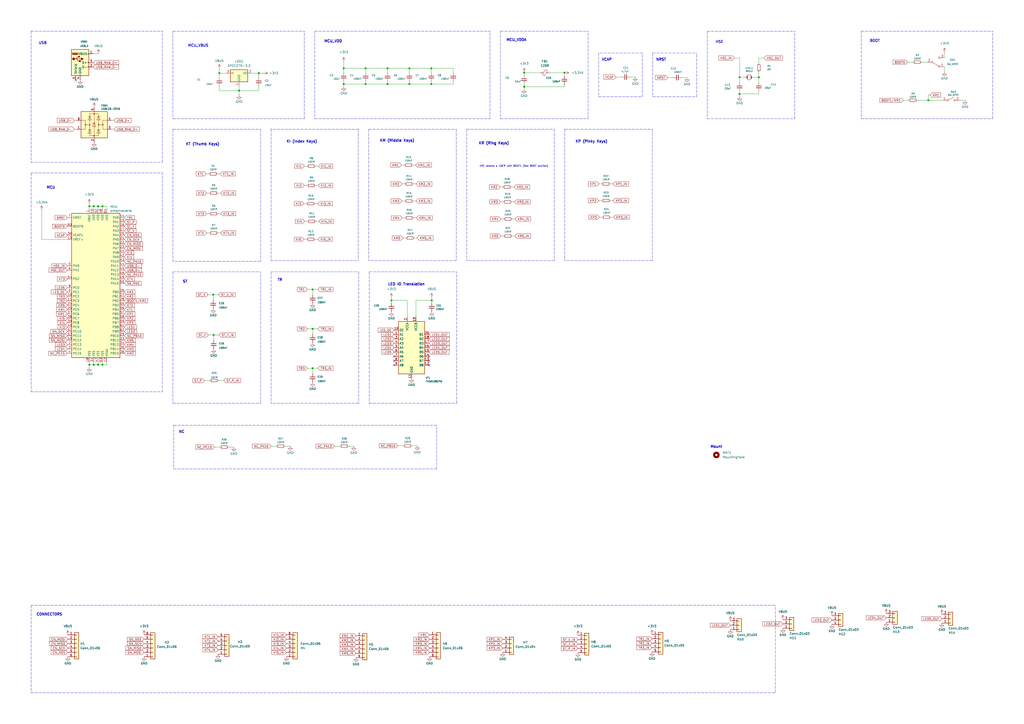
<source format=kicad_sch>
(kicad_sch (version 20211123) (generator eeschema)
  (paper "A2")
  (title_block (title "Keeb Controller") (date "2022-10-30") (rev "1") (company "Diego Covarrubias"))
  (junction (at 123.952 194.31))
  (junction (at 304.038 42.164))
  (junction (at 250.19 39.624))
  (junction (at 181.356 213.614))
  (junction (at 237.49 39.624))
  (junction (at 150.114 42.418))
  (junction (at 127.254 42.418))
  (junction (at 54.356 211.582))
  (junction (at 227.076 174.244))
  (junction (at 181.356 167.894))
  (junction (at 59.436 119.634))
  (junction (at 51.816 119.634))
  (junction (at 237.49 48.768))
  (junction (at 181.356 190.754))
  (junction (at 327.406 42.164))
  (junction (at 224.79 39.624))
  (junction (at 212.09 48.768))
  (junction (at 250.19 48.768))
  (junction (at 56.896 211.582))
  (junction (at 123.698 170.942))
  (junction (at 538.48 58.166))
  (junction (at 199.39 48.768))
  (junction (at 440.182 44.831))
  (junction (at 429.006 54.483))
  (junction (at 429.006 44.831))
  (junction (at 212.09 39.624))
  (junction (at 51.816 211.582))
  (junction (at 304.038 50.292))
  (junction (at 56.896 119.634))
  (junction (at 199.39 39.624))
  (junction (at 138.684 52.578))
  (junction (at 54.356 119.634))
  (junction (at 224.79 48.768))
  (junction (at 59.436 211.582))
  (junction (at 250.444 174.244))
  (no_connect (at 248.92 211.836))
  (no_connect (at 248.92 209.296))
  (no_connect (at 248.92 206.756))
  (no_connect (at 43.942 46.482))
  (no_connect (at 228.6 209.296))
  (no_connect (at 228.6 206.756))
  (no_connect (at 228.6 211.836))
  (wire (pts (xy 54.356 211.582) (xy 54.356 210.058)))
  (wire (pts (xy 429.006 44.831) (xy 432.054 44.831)))
  (wire (pts (xy 357.378 44.704) (xy 360.426 44.704)))
  (wire (pts (xy 138.684 52.578) (xy 150.114 52.578)))
  (wire (pts (xy 119.634 100.838) (xy 121.158 100.838)))
  (wire (pts (xy 437.134 44.831) (xy 440.182 44.831)))
  (polyline (pts (xy 404.114 56.134) (xy 404.114 30.734)))
  (polyline (pts (xy 94.234 227.33) (xy 94.234 100.33)))
  (wire (pts (xy 126.492 135.128) (xy 128.016 135.128)))
  (wire (pts (xy 56.896 211.582) (xy 59.436 211.582)))
  (wire (pts (xy 183.388 128.397) (xy 184.912 128.397)))
  (polyline (pts (xy 18.034 227.33) (xy 94.234 227.33)))
  (polyline (pts (xy 290.322 18.034) (xy 341.122 18.034)))
  (wire (pts (xy 56.896 119.634) (xy 59.436 119.634)))
  (polyline (pts (xy 347.218 56.134) (xy 372.618 56.134)))
  (polyline (pts (xy 327.66 74.93) (xy 327.66 151.13)))
  (wire (pts (xy 120.65 170.942) (xy 123.698 170.942)))
  (wire (pts (xy 181.356 213.614) (xy 184.404 213.614)))
  (polyline (pts (xy 100.33 68.834) (xy 176.53 68.834)))
  (wire (pts (xy 296.926 117.094) (xy 298.45 117.094)))
  (wire (pts (xy 54.102 31.242) (xy 57.15 31.242)))
  (wire (pts (xy 132.588 259.334) (xy 135.636 259.334)))
  (wire (pts (xy 440.182 44.831) (xy 440.182 47.879)))
  (wire (pts (xy 387.35 44.958) (xy 390.398 44.958)))
  (polyline (pts (xy 378.46 74.93) (xy 378.46 151.13)))
  (polyline (pts (xy 208.026 74.93) (xy 157.226 74.93)))
  (wire (pts (xy 183.134 96.393) (xy 184.658 96.393)))
  (wire (pts (xy 429.006 56.007) (xy 429.006 54.483)))
  (wire (pts (xy 250.19 39.624) (xy 250.19 42.164)))
  (polyline (pts (xy 264.668 74.93) (xy 264.668 151.13)))
  (wire (pts (xy 120.904 194.31) (xy 123.952 194.31)))
  (wire (pts (xy 297.18 136.906) (xy 298.704 136.906)))
  (wire (pts (xy 425.958 33.655) (xy 429.006 33.655)))
  (wire (pts (xy 239.776 106.68) (xy 241.3 106.68)))
  (polyline (pts (xy 18.034 18.034) (xy 94.234 18.034)))
  (wire (pts (xy 157.226 258.826) (xy 160.274 258.826)))
  (polyline (pts (xy 284.226 68.834) (xy 284.226 18.034)))
  (polyline (pts (xy 157.226 157.734) (xy 157.226 233.934)))
  (polyline (pts (xy 100.33 157.734) (xy 151.13 157.734)))
  (polyline (pts (xy 18.034 351.028) (xy 449.834 351.028)))
  (wire (pts (xy 138.684 50.038) (xy 138.684 52.578)))
  (polyline (pts (xy 378.714 30.734) (xy 378.714 56.134)))
  (wire (pts (xy 304.038 50.292) (xy 327.406 50.292)))
  (wire (pts (xy 181.356 213.614) (xy 181.356 216.662)))
  (polyline (pts (xy 449.834 401.828) (xy 449.834 351.028)))
  (wire (pts (xy 127.254 39.878) (xy 127.254 42.418)))
  (wire (pts (xy 304.038 42.164) (xy 313.563 42.164)))
  (polyline (pts (xy 372.618 30.734) (xy 347.218 30.734)))
  (wire (pts (xy 199.39 35.814) (xy 199.39 39.624)))
  (wire (pts (xy 354.33 125.984) (xy 355.854 125.984)))
  (polyline (pts (xy 214.122 157.734) (xy 214.122 233.934)))
  (wire (pts (xy 181.356 167.894) (xy 184.404 167.894)))
  (polyline (pts (xy 208.026 233.934) (xy 157.226 233.934)))
  (wire (pts (xy 123.952 194.31) (xy 123.952 197.358)))
  (polyline (pts (xy 264.668 151.13) (xy 213.868 151.13)))
  (wire (pts (xy 181.356 167.894) (xy 181.356 170.942)))
  (polyline (pts (xy 321.564 151.13) (xy 270.764 151.13)))
  (polyline (pts (xy 151.13 74.93) (xy 151.13 151.638)))
  (wire (pts (xy 176.276 118.11) (xy 177.8 118.11)))
  (wire (pts (xy 24.13 121.92) (xy 24.13 138.938)))
  (polyline (pts (xy 100.33 18.034) (xy 100.33 68.834)))
  (polyline (pts (xy 157.226 74.93) (xy 157.226 74.676)))
  (wire (pts (xy 354.076 116.332) (xy 355.6 116.332)))
  (wire (pts (xy 54.356 119.634) (xy 56.896 119.634)))
  (wire (pts (xy 429.006 44.831) (xy 429.006 47.879)))
  (polyline (pts (xy 378.46 151.13) (xy 327.66 151.13)))
  (wire (pts (xy 212.09 39.624) (xy 224.79 39.624)))
  (wire (pts (xy 233.807 138.049) (xy 235.331 138.049)))
  (wire (pts (xy 54.356 211.582) (xy 56.896 211.582)))
  (wire (pts (xy 178.308 190.754) (xy 181.356 190.754)))
  (wire (pts (xy 61.976 211.582) (xy 61.976 210.058)))
  (polyline (pts (xy 290.322 18.034) (xy 290.322 68.834)))
  (wire (pts (xy 123.698 170.942) (xy 123.698 173.99)))
  (polyline (pts (xy 157.226 74.93) (xy 157.226 151.13)))
  (wire (pts (xy 202.184 258.826) (xy 205.232 258.826)))
  (wire (pts (xy 250.444 172.72) (xy 250.444 174.244)))
  (wire (pts (xy 347.726 125.984) (xy 349.25 125.984)))
  (polyline (pts (xy 100.33 74.93) (xy 151.13 74.93)))
  (wire (pts (xy 165.354 258.826) (xy 168.402 258.826)))
  (wire (pts (xy 290.068 108.458) (xy 291.592 108.458)))
  (wire (pts (xy 538.48 58.166) (xy 532.13 58.166)))
  (wire (pts (xy 51.816 118.11) (xy 51.816 119.634)))
  (wire (pts (xy 51.816 211.582) (xy 51.816 213.106)))
  (polyline (pts (xy 18.034 18.034) (xy 18.034 94.234)))
  (wire (pts (xy 304.038 42.164) (xy 304.038 43.688)))
  (wire (pts (xy 546.608 58.166) (xy 538.48 58.166)))
  (wire (pts (xy 539.496 55.118) (xy 538.48 55.118)))
  (wire (pts (xy 227.076 172.72) (xy 227.076 174.244)))
  (wire (pts (xy 127.254 42.418) (xy 127.254 44.958)))
  (wire (pts (xy 199.39 48.768) (xy 199.39 50.292)))
  (wire (pts (xy 304.038 48.768) (xy 304.038 50.292)))
  (wire (pts (xy 59.436 119.634) (xy 59.436 121.158)))
  (polyline (pts (xy 378.714 56.134) (xy 404.114 56.134)))
  (wire (pts (xy 51.816 119.634) (xy 51.816 121.158)))
  (polyline (pts (xy 100.33 74.93) (xy 100.33 151.638)))
  (wire (pts (xy 227.076 174.244) (xy 236.22 174.244)))
  (polyline (pts (xy 214.122 157.734) (xy 264.922 157.734)))
  (polyline (pts (xy 100.33 18.034) (xy 176.53 18.034)))
  (wire (pts (xy 429.006 33.655) (xy 429.006 44.831)))
  (wire (pts (xy 176.276 138.811) (xy 177.8 138.811)))
  (wire (pts (xy 194.056 258.826) (xy 197.104 258.826)))
  (polyline (pts (xy 94.234 94.234) (xy 94.234 18.034)))
  (polyline (pts (xy 100.33 233.934) (xy 151.13 233.934)))
  (wire (pts (xy 239.903 126.365) (xy 241.554 126.365)))
  (wire (pts (xy 44.45 69.85) (xy 43.18 69.85)))
  (wire (pts (xy 237.49 39.624) (xy 237.49 42.164)))
  (wire (pts (xy 443.23 33.655) (xy 440.182 33.655)))
  (wire (pts (xy 347.472 116.332) (xy 348.996 116.332)))
  (wire (pts (xy 182.88 138.811) (xy 184.404 138.811)))
  (wire (pts (xy 233.172 116.586) (xy 234.696 116.586)))
  (wire (pts (xy 296.672 108.458) (xy 298.196 108.458)))
  (wire (pts (xy 150.114 50.038) (xy 150.114 52.578)))
  (wire (pts (xy 56.896 119.634) (xy 56.896 121.158)))
  (wire (pts (xy 538.48 55.118) (xy 538.48 58.166)))
  (wire (pts (xy 59.436 211.582) (xy 59.436 210.058)))
  (polyline (pts (xy 18.034 100.33) (xy 94.234 100.33)))
  (wire (pts (xy 224.79 47.244) (xy 224.79 48.768)))
  (wire (pts (xy 440.182 54.483) (xy 440.182 52.959)))
  (polyline (pts (xy 327.66 74.93) (xy 378.46 74.93)))
  (wire (pts (xy 250.19 48.768) (xy 250.19 47.244)))
  (wire (pts (xy 239.776 116.586) (xy 241.3 116.586)))
  (wire (pts (xy 224.79 39.624) (xy 224.79 42.164)))
  (wire (pts (xy 59.436 211.582) (xy 61.976 211.582)))
  (wire (pts (xy 146.304 42.418) (xy 150.114 42.418)))
  (wire (pts (xy 237.49 39.624) (xy 250.19 39.624)))
  (polyline (pts (xy 176.53 68.834) (xy 176.53 18.034)))
  (wire (pts (xy 127.254 52.578) (xy 138.684 52.578)))
  (wire (pts (xy 262.89 39.624) (xy 262.89 42.164)))
  (polyline (pts (xy 151.13 151.638) (xy 100.33 151.638)))
  (polyline (pts (xy 290.322 68.834) (xy 341.122 68.834)))
  (wire (pts (xy 262.89 48.768) (xy 262.89 47.244)))
  (wire (pts (xy 347.472 106.68) (xy 348.996 106.68)))
  (polyline (pts (xy 100.33 157.734) (xy 100.33 233.934)))
  (wire (pts (xy 199.39 39.624) (xy 199.39 42.164)))
  (wire (pts (xy 297.18 127) (xy 298.704 127)))
  (polyline (pts (xy 18.034 351.028) (xy 18.034 401.828)))
  (polyline (pts (xy 18.034 100.33) (xy 18.034 227.33)))
  (wire (pts (xy 183.134 107.569) (xy 184.658 107.569)))
  (wire (pts (xy 54.356 119.634) (xy 54.356 121.158)))
  (wire (pts (xy 233.299 126.365) (xy 234.823 126.365)))
  (wire (pts (xy 365.506 44.704) (xy 368.554 44.704)))
  (wire (pts (xy 118.618 220.726) (xy 121.666 220.726)))
  (polyline (pts (xy 18.034 94.234) (xy 94.234 94.234)))
  (polyline (pts (xy 341.122 68.834) (xy 341.122 18.034)))
  (wire (pts (xy 181.356 190.754) (xy 181.356 193.802)))
  (wire (pts (xy 524.002 58.166) (xy 527.05 58.166)))
  (wire (pts (xy 212.09 39.624) (xy 212.09 42.164)))
  (wire (pts (xy 304.038 50.292) (xy 304.038 51.816)))
  (polyline (pts (xy 270.764 74.93) (xy 270.764 151.13)))
  (wire (pts (xy 354.076 106.68) (xy 355.6 106.68)))
  (wire (pts (xy 123.698 170.942) (xy 126.746 170.942)))
  (wire (pts (xy 138.684 52.578) (xy 138.684 55.118)))
  (polyline (pts (xy 151.13 233.934) (xy 151.13 157.734)))
  (wire (pts (xy 51.816 211.582) (xy 54.356 211.582)))
  (polyline (pts (xy 18.034 401.828) (xy 449.834 401.828)))
  (polyline (pts (xy 157.226 151.13) (xy 207.772 151.13)))
  (wire (pts (xy 124.46 259.334) (xy 127.508 259.334)))
  (polyline (pts (xy 321.564 74.93) (xy 321.564 151.13)))
  (wire (pts (xy 290.576 127) (xy 292.1 127)))
  (wire (pts (xy 250.444 174.244) (xy 241.3 174.244)))
  (polyline (pts (xy 213.868 74.93) (xy 264.668 74.93)))
  (wire (pts (xy 176.53 96.393) (xy 178.054 96.393)))
  (wire (pts (xy 178.308 167.894) (xy 181.356 167.894)))
  (polyline (pts (xy 264.922 233.934) (xy 264.922 157.734)))
  (wire (pts (xy 429.006 54.483) (xy 440.182 54.483)))
  (wire (pts (xy 239.522 95.758) (xy 241.046 95.758)))
  (wire (pts (xy 176.53 107.569) (xy 178.054 107.569)))
  (wire (pts (xy 119.888 112.014) (xy 121.412 112.014)))
  (wire (pts (xy 181.356 190.754) (xy 184.404 190.754)))
  (wire (pts (xy 240.411 138.049) (xy 241.935 138.049)))
  (wire (pts (xy 126.492 112.014) (xy 128.016 112.014)))
  (polyline (pts (xy 100.838 272.034) (xy 253.238 272.034)))
  (wire (pts (xy 318.643 42.164) (xy 327.406 42.164)))
  (wire (pts (xy 327.406 42.164) (xy 327.406 43.942)))
  (wire (pts (xy 127.254 42.418) (xy 131.064 42.418)))
  (polyline (pts (xy 182.626 18.034) (xy 284.226 18.034)))
  (wire (pts (xy 152.654 42.418) (xy 150.114 42.418)))
  (wire (pts (xy 534.67 36.068) (xy 537.718 36.068)))
  (polyline (pts (xy 372.618 56.134) (xy 372.618 30.734)))
  (polyline (pts (xy 207.772 74.93) (xy 207.772 151.13)))
  (wire (pts (xy 250.19 48.768) (xy 262.89 48.768)))
  (wire (pts (xy 440.182 33.655) (xy 440.182 36.703)))
  (wire (pts (xy 59.436 119.634) (xy 61.976 119.634)))
  (wire (pts (xy 440.182 41.783) (xy 440.182 44.831)))
  (wire (pts (xy 547.878 38.608) (xy 547.878 41.656)))
  (polyline (pts (xy 410.21 68.961) (xy 461.01 68.961)))
  (wire (pts (xy 56.896 211.582) (xy 56.896 210.058)))
  (wire (pts (xy 44.45 74.93) (xy 43.18 74.93)))
  (polyline (pts (xy 499.618 68.834) (xy 575.818 68.834)))
  (wire (pts (xy 526.542 36.068) (xy 529.59 36.068)))
  (wire (pts (xy 250.19 39.624) (xy 262.89 39.624)))
  (wire (pts (xy 224.79 39.624) (xy 237.49 39.624)))
  (wire (pts (xy 227.076 174.244) (xy 227.076 175.768)))
  (polyline (pts (xy 378.714 30.734) (xy 404.114 30.734)))
  (wire (pts (xy 61.976 119.634) (xy 61.976 121.158)))
  (polyline (pts (xy 499.618 18.034) (xy 575.818 18.034)))
  (wire (pts (xy 51.816 210.058) (xy 51.816 211.582)))
  (wire (pts (xy 547.878 30.48) (xy 547.878 33.528)))
  (polyline (pts (xy 100.838 246.634) (xy 253.238 246.634)))
  (wire (pts (xy 233.172 106.68) (xy 234.696 106.68)))
  (polyline (pts (xy 410.21 18.161) (xy 461.01 18.161)))
  (wire (pts (xy 123.952 194.31) (xy 127 194.31)))
  (polyline (pts (xy 410.21 18.161) (xy 410.21 68.961)))
  (wire (pts (xy 176.784 128.397) (xy 178.308 128.397)))
  (wire (pts (xy 237.49 48.768) (xy 250.19 48.768)))
  (wire (pts (xy 556.768 58.166) (xy 559.816 58.166)))
  (wire (pts (xy 236.22 174.244) (xy 236.22 183.896)))
  (polyline (pts (xy 100.838 246.634) (xy 100.838 272.034)))
  (wire (pts (xy 178.308 213.614) (xy 181.356 213.614)))
  (wire (pts (xy 126.492 123.952) (xy 128.016 123.952)))
  (wire (pts (xy 290.576 136.906) (xy 292.1 136.906)))
  (polyline (pts (xy 208.026 157.734) (xy 208.026 233.934)))
  (wire (pts (xy 127.254 50.038) (xy 127.254 52.578)))
  (wire (pts (xy 230.886 258.572) (xy 233.934 258.572)))
  (wire (pts (xy 182.88 118.11) (xy 184.404 118.11)))
  (wire (pts (xy 250.444 174.244) (xy 250.444 175.768)))
  (wire (pts (xy 66.04 69.85) (xy 64.77 69.85)))
  (polyline (pts (xy 499.618 18.034) (xy 499.618 68.834)))
  (wire (pts (xy 237.49 48.768) (xy 237.49 47.244)))
  (wire (pts (xy 199.39 47.244) (xy 199.39 48.768)))
  (wire (pts (xy 119.888 123.952) (xy 121.412 123.952)))
  (wire (pts (xy 199.39 48.768) (xy 212.09 48.768)))
  (polyline (pts (xy 182.626 18.034) (xy 182.626 68.834)))
  (polyline (pts (xy 182.626 68.834) (xy 284.226 68.834)))
  (wire (pts (xy 119.888 135.128) (xy 121.412 135.128)))
  (polyline (pts (xy 214.122 233.934) (xy 264.922 233.934)))
  (wire (pts (xy 290.322 117.094) (xy 291.846 117.094)))
  (wire (pts (xy 429.006 54.483) (xy 429.006 52.959)))
  (polyline (pts (xy 347.218 30.734) (xy 347.218 56.134)))
  (wire (pts (xy 395.478 44.958) (xy 398.526 44.958)))
  (wire (pts (xy 212.09 48.768) (xy 224.79 48.768)))
  (wire (pts (xy 66.04 74.93) (xy 64.77 74.93)))
  (wire (pts (xy 199.39 39.624) (xy 212.09 39.624)))
  (wire (pts (xy 150.114 42.418) (xy 150.114 44.958)))
  (wire (pts (xy 126.238 100.838) (xy 127.762 100.838)))
  (polyline (pts (xy 575.818 68.834) (xy 575.818 18.034)))
  (wire (pts (xy 212.09 48.768) (xy 212.09 47.244)))
  (wire (pts (xy 239.014 258.572) (xy 242.062 258.572)))
  (polyline (pts (xy 253.238 272.034) (xy 253.238 246.634)))
  (wire (pts (xy 232.918 95.758) (xy 234.442 95.758)))
  (polyline (pts (xy 270.764 74.93) (xy 321.564 74.93)))
  (polyline (pts (xy 157.226 157.734) (xy 208.026 157.734)))
  (wire (pts (xy 327.406 50.292) (xy 327.406 49.022)))
  (wire (pts (xy 241.3 174.244) (xy 241.3 183.896)))
  (polyline (pts (xy 461.01 68.961) (xy 461.01 18.161)))
  (wire (pts (xy 126.746 220.726) (xy 129.794 220.726)))
  (polyline (pts (xy 213.868 74.93) (xy 213.868 151.13)))
  (wire (pts (xy 24.13 138.938) (xy 39.116 138.938)))
  (wire (pts (xy 224.79 48.768) (xy 237.49 48.768)))
  (wire (pts (xy 51.816 119.634) (xy 54.356 119.634)))
  (text "KR1 shares a 10KR with BOOT1 (See BOOT section)" (at 278.13 97.028 0) (effects (font (size 1 1)) (justify left bottom)))
  (text "KP (Pinky Keys)" (at 333.756 83.058 0) (effects (font (size 1.5 1.5) bold) (justify left bottom)))
  (text "NC" (at 103.632 251.46 0) (effects (font (size 1.5 1.5) bold) (justify left bottom)))
  (text "MCU_VDD" (at 187.96 24.892 0) (effects (font (size 1.5 1.5) bold) (justify left bottom)))
  (text "TR" (at 160.782 163.322 0) (effects (font (size 1.5 1.5) (thickness 0.3) bold) (justify left bottom)))
  (text "BOOT" (at 504.444 24.638 0) (effects (font (size 1.5 1.5) (thickness 0.254) bold) (justify left bottom)))
  (text "LED IO Translation" (at 225.044 165.862 0) (effects (font (size 1.5 1.5) bold) (justify left bottom)))
  (text "MCU_VBUS" (at 108.966 27.432 0) (effects (font (size 1.5 1.5) (thickness 0.254) bold) (justify left bottom)))
  (text "VCAP" (at 348.996 35.56 0) (effects (font (size 1.5 1.5) bold) (justify left bottom)))
  (text "Mount" (at 411.988 260.096 0) (effects (font (size 1.5 1.5) (thickness 0.3) bold) (justify left bottom)))
  (text "USB" (at 22.352 25.908 0) (effects (font (size 1.5 1.5) (thickness 0.254) bold) (justify left bottom)))
  (text "HSE" (at 415.036 25.273 0) (effects (font (size 1.5 1.5) (thickness 0.254) bold) (justify left bottom)))
  (text "MCU_VDDA" (at 293.624 24.13 0) (effects (font (size 1.5 1.5) bold) (justify left bottom)))
  (text "CONNECTORS" (at 21.082 357.378 0) (effects (font (size 1.5 1.5) bold) (justify left bottom)))
  (text "NRST" (at 380.492 35.56 0) (effects (font (size 1.5 1.5) (thickness 0.3) bold) (justify left bottom)))
  (text "KT (Thumb Keys)" (at 107.696 84.582 0) (effects (font (size 1.5 1.5) bold) (justify left bottom)))
  (text "KR (Ring Keys)" (at 277.622 84.074 0) (effects (font (size 1.5 1.5) bold) (justify left bottom)))
  (text "ST" (at 105.918 164.338 0) (effects (font (size 1.5 1.5) (thickness 0.3) bold) (justify left bottom)))
  (text "KI (Index Keys)" (at 166.116 83.058 0) (effects (font (size 1.5 1.5) bold) (justify left bottom)))
  (text "KM (Middle Keys)" (at 220.218 82.55 0) (effects (font (size 1.5 1.5) bold) (justify left bottom)))
  (text "MCU" (at 26.924 109.728 0) (effects (font (size 1.5 1.5) (thickness 0.3) bold) (justify left bottom)))
  (global_label "KT4" (shape input) (at 72.136 161.798 0) (property "Intersheet References" "${INTERSHEET_REFS}" (effects hide)))
  (global_label "KT2_IN" (shape input) (at 128.016 112.014 0) (property "Intersheet References" "${INTERSHEET_REFS}" (effects hide)))
  (global_label "KT2" (shape input) (at 119.888 112.014 180) (property "Intersheet References" "${INTERSHEET_REFS}" (effects hide)))
  (global_label "KR3_IN" (shape input) (at 249.174 373.38 180) (property "Intersheet References" "${INTERSHEET_REFS}" (effects hide)))
  (global_label "LED_OE" (shape input) (at 228.6 191.516 180) (property "Intersheet References" "${INTERSHEET_REFS}" (effects hide)))
  (global_label "ST_P" (shape input) (at 72.136 128.778 0) (property "Intersheet References" "${INTERSHEET_REFS}" (effects hide)))
  (global_label "LED4" (shape input) (at 228.6 201.676 180) (property "Intersheet References" "${INTERSHEET_REFS}" (effects hide)))
  (global_label "KI3_IN" (shape input) (at 184.404 118.11 0) (property "Intersheet References" "${INTERSHEET_REFS}" (effects hide)))
  (global_label "KI4_IN" (shape input) (at 166.116 375.92 180) (property "Intersheet References" "${INTERSHEET_REFS}" (effects hide)))
  (global_label "VCAP" (shape input) (at 39.116 136.398 180) (property "Intersheet References" "${INTERSHEET_REFS}" (effects hide)))
  (global_label "KP3_IN" (shape input) (at 291.592 375.92 180) (property "Intersheet References" "${INTERSHEET_REFS}" (effects hide)))
  (global_label "LED3_OUT" (shape input) (at 248.92 199.136 0) (property "Intersheet References" "${INTERSHEET_REFS}" (effects hide)))
  (global_label "KP2" (shape input) (at 347.472 116.332 180) (property "Intersheet References" "${INTERSHEET_REFS}" (effects hide)))
  (global_label "KR5" (shape input) (at 39.116 177.038 180) (property "Intersheet References" "${INTERSHEET_REFS}" (effects hide)))
  (global_label "LED_OE" (shape input) (at 39.116 169.418 180) (property "Intersheet References" "${INTERSHEET_REFS}" (effects hide)))
  (global_label "KP1" (shape input) (at 72.136 182.118 0) (property "Intersheet References" "${INTERSHEET_REFS}" (effects hide)))
  (global_label "TR3_IN" (shape input) (at 184.404 213.614 0) (property "Intersheet References" "${INTERSHEET_REFS}" (effects hide)))
  (global_label "ST_X_IN" (shape input) (at 126.746 170.942 0) (property "Intersheet References" "${INTERSHEET_REFS}" (effects hide)))
  (global_label "KR1" (shape input) (at 539.496 55.118 0) (property "Intersheet References" "${INTERSHEET_REFS}" (effects hide)))
  (global_label "ST_Y_IN" (shape input) (at 335.28 373.634 180) (property "Intersheet References" "${INTERSHEET_REFS}" (effects hide)))
  (global_label "KT4_IN" (shape input) (at 128.016 135.128 0) (property "Intersheet References" "${INTERSHEET_REFS}" (effects hide)))
  (global_label "ST_Y_IN" (shape input) (at 127 194.31 0) (property "Intersheet References" "${INTERSHEET_REFS}" (effects hide)))
  (global_label "KM5" (shape input) (at 72.136 197.358 0) (property "Intersheet References" "${INTERSHEET_REFS}" (effects hide)))
  (global_label "NC_PC15" (shape input) (at 39.116 204.978 180) (property "Intersheet References" "${INTERSHEET_REFS}" (effects hide)))
  (global_label "KM1_IN" (shape input) (at 241.046 95.758 0) (property "Intersheet References" "${INTERSHEET_REFS}" (effects hide)))
  (global_label "HSE_OUT" (shape input) (at 443.23 33.655 0) (property "Intersheet References" "${INTERSHEET_REFS}" (effects hide)))
  (global_label "KR2" (shape input) (at 290.068 108.458 180) (property "Intersheet References" "${INTERSHEET_REFS}" (effects hide)))
  (global_label "LED3_OUT" (shape input) (at 482.6 359.664 180) (property "Intersheet References" "${INTERSHEET_REFS}" (effects hide)))
  (global_label "KT1_IN" (shape input) (at 126.492 369.316 180) (property "Intersheet References" "${INTERSHEET_REFS}" (effects hide)))
  (global_label "TR1_IN" (shape input) (at 184.404 167.894 0) (property "Intersheet References" "${INTERSHEET_REFS}" (effects hide)))
  (global_label "NC_PC15" (shape input) (at 124.46 259.334 180) (property "Intersheet References" "${INTERSHEET_REFS}" (effects hide)))
  (global_label "LED1_OUT" (shape input) (at 248.92 194.056 0) (property "Intersheet References" "${INTERSHEET_REFS}" (effects hide)))
  (global_label "KM3" (shape input) (at 233.172 116.586 180) (property "Intersheet References" "${INTERSHEET_REFS}" (effects hide)))
  (global_label "KT2_IN" (shape input) (at 126.492 371.856 180) (property "Intersheet References" "${INTERSHEET_REFS}" (effects hide)))
  (global_label "SN_NSS" (shape input) (at 83.566 370.84 180) (property "Intersheet References" "${INTERSHEET_REFS}" (effects hide)))
  (global_label "CN_NSS" (shape input) (at 39.37 378.46 180) (property "Intersheet References" "${INTERSHEET_REFS}" (effects hide)))
  (global_label "KI5" (shape input) (at 176.276 138.811 180) (property "Intersheet References" "${INTERSHEET_REFS}" (effects hide)))
  (global_label "BOOT0" (shape input) (at 526.542 36.068 180) (property "Intersheet References" "${INTERSHEET_REFS}" (effects hide)))
  (global_label "CN_MOSI" (shape input) (at 72.136 144.018 0) (property "Intersheet References" "${INTERSHEET_REFS}" (effects hide)))
  (global_label "KM2" (shape input) (at 233.172 106.68 180) (property "Intersheet References" "${INTERSHEET_REFS}" (effects hide)))
  (global_label "ST_X_IN" (shape input) (at 335.28 371.094 180) (property "Intersheet References" "${INTERSHEET_REFS}" (effects hide)))
  (global_label "KM4_IN" (shape input) (at 241.554 126.365 0) (property "Intersheet References" "${INTERSHEET_REFS}" (effects hide)))
  (global_label "CN_MISO" (shape input) (at 39.37 373.38 180) (property "Intersheet References" "${INTERSHEET_REFS}" (effects hide)))
  (global_label "KI3" (shape input) (at 176.276 118.11 180) (property "Intersheet References" "${INTERSHEET_REFS}" (effects hide)))
  (global_label "KM5" (shape input) (at 233.807 138.049 180) (property "Intersheet References" "${INTERSHEET_REFS}" (effects hide)))
  (global_label "KT1" (shape input) (at 119.634 100.838 180) (property "Intersheet References" "${INTERSHEET_REFS}" (effects hide)))
  (global_label "LED1_OUT" (shape input) (at 423.672 362.712 180) (property "Intersheet References" "${INTERSHEET_REFS}" (effects hide)))
  (global_label "CN_MISO" (shape input) (at 72.136 141.478 0) (property "Intersheet References" "${INTERSHEET_REFS}" (effects hide)))
  (global_label "LED3" (shape input) (at 228.6 199.136 180) (property "Intersheet References" "${INTERSHEET_REFS}" (effects hide)))
  (global_label "KM2_IN" (shape input) (at 241.3 106.68 0) (property "Intersheet References" "${INTERSHEET_REFS}" (effects hide)))
  (global_label "CN_MOSI" (shape input) (at 39.37 370.84 180) (property "Intersheet References" "${INTERSHEET_REFS}" (effects hide)))
  (global_label "NC_PB10" (shape input) (at 230.886 258.572 180) (property "Intersheet References" "${INTERSHEET_REFS}" (effects hide)))
  (global_label "USB_RAW_D-" (shape input) (at 43.18 74.93 180) (property "Intersheet References" "${INTERSHEET_REFS}" (effects hide)))
  (global_label "ST_Y" (shape input) (at 72.136 131.318 0) (property "Intersheet References" "${INTERSHEET_REFS}" (effects hide)))
  (global_label "TR2" (shape input) (at 178.308 190.754 180) (property "Intersheet References" "${INTERSHEET_REFS}" (effects hide)))
  (global_label "CN_SCK" (shape input) (at 72.136 138.938 0) (property "Intersheet References" "${INTERSHEET_REFS}" (effects hide)))
  (global_label "KI2_IN" (shape input) (at 184.658 107.569 0) (property "Intersheet References" "${INTERSHEET_REFS}" (effects hide)))
  (global_label "BOOT1{slash}KR1" (shape input) (at 524.002 58.166 180) (property "Intersheet References" "${INTERSHEET_REFS}" (effects hide)))
  (global_label "USB_D+" (shape input) (at 66.04 69.85 0) (property "Intersheet References" "${INTERSHEET_REFS}" (effects hide)))
  (global_label "KP1_IN" (shape input) (at 355.6 106.68 0) (property "Intersheet References" "${INTERSHEET_REFS}" (effects hide)))
  (global_label "USB_RAW_D+" (shape input) (at 66.04 74.93 0) (property "Intersheet References" "${INTERSHEET_REFS}" (effects hide)))
  (global_label "USB_D-" (shape input) (at 72.136 154.178 0) (property "Intersheet References" "${INTERSHEET_REFS}" (effects hide)))
  (global_label "KI5_IN" (shape input) (at 166.116 378.46 180) (property "Intersheet References" "${INTERSHEET_REFS}" (effects hide)))
  (global_label "TR1" (shape input) (at 72.136 126.238 0) (property "Intersheet References" "${INTERSHEET_REFS}" (effects hide)))
  (global_label "KM4" (shape input) (at 233.299 126.365 180) (property "Intersheet References" "${INTERSHEET_REFS}" (effects hide)))
  (global_label "KR2_IN" (shape input) (at 298.196 108.458 0) (property "Intersheet References" "${INTERSHEET_REFS}" (effects hide)))
  (global_label "USB_D+" (shape input) (at 72.136 156.718 0) (property "Intersheet References" "${INTERSHEET_REFS}" (effects hide)))
  (global_label "KI1" (shape input) (at 176.53 96.393 180) (property "Intersheet References" "${INTERSHEET_REFS}" (effects hide)))
  (global_label "KT4_IN" (shape input) (at 126.492 376.936 180) (property "Intersheet References" "${INTERSHEET_REFS}" (effects hide)))
  (global_label "KR4" (shape input) (at 290.576 127 180) (property "Intersheet References" "${INTERSHEET_REFS}" (effects hide)))
  (global_label "KT2" (shape input) (at 72.136 177.038 0) (property "Intersheet References" "${INTERSHEET_REFS}" (effects hide)))
  (global_label "TR3" (shape input) (at 178.308 213.614 180) (property "Intersheet References" "${INTERSHEET_REFS}" (effects hide)))
  (global_label "KT1" (shape input) (at 72.136 179.578 0) (property "Intersheet References" "${INTERSHEET_REFS}" (effects hide)))
  (global_label "TR3" (shape input) (at 39.116 171.958 180) (property "Intersheet References" "${INTERSHEET_REFS}" (effects hide)))
  (global_label "ST_X" (shape input) (at 120.65 170.942 180) (property "Intersheet References" "${INTERSHEET_REFS}" (effects hide)))
  (global_label "KM5_IN" (shape input) (at 206.502 378.968 180) (property "Intersheet References" "${INTERSHEET_REFS}" (effects hide)))
  (global_label "KM5_IN" (shape input) (at 241.935 138.049 0) (property "Intersheet References" "${INTERSHEET_REFS}" (effects hide)))
  (global_label "KP2_IN" (shape input) (at 355.6 116.332 0) (property "Intersheet References" "${INTERSHEET_REFS}" (effects hide)))
  (global_label "KI5" (shape input) (at 39.116 184.658 180) (property "Intersheet References" "${INTERSHEET_REFS}" (effects hide)))
  (global_label "KM1" (shape input) (at 39.116 182.118 180) (property "Intersheet References" "${INTERSHEET_REFS}" (effects hide)))
  (global_label "TR2_IN" (shape input) (at 378.206 373.126 180) (property "Intersheet References" "${INTERSHEET_REFS}" (effects hide)))
  (global_label "KM1" (shape input) (at 232.918 95.758 180) (property "Intersheet References" "${INTERSHEET_REFS}" (effects hide)))
  (global_label "KI4" (shape input) (at 39.116 187.198 180) (property "Intersheet References" "${INTERSHEET_REFS}" (effects hide)))
  (global_label "CN_SCK" (shape input) (at 39.37 375.92 180) (property "Intersheet References" "${INTERSHEET_REFS}" (effects hide)))
  (global_label "KR4" (shape input) (at 39.116 179.578 180) (property "Intersheet References" "${INTERSHEET_REFS}" (effects hide)))
  (global_label "KR5_IN" (shape input) (at 249.174 378.46 180) (property "Intersheet References" "${INTERSHEET_REFS}" (effects hide)))
  (global_label "TR1_IN" (shape input) (at 378.206 370.586 180) (property "Intersheet References" "${INTERSHEET_REFS}" (effects hide)))
  (global_label "KI5_IN" (shape input) (at 184.404 138.811 0) (property "Intersheet References" "${INTERSHEET_REFS}" (effects hide)))
  (global_label "KR5_IN" (shape input) (at 298.704 136.906 0) (property "Intersheet References" "${INTERSHEET_REFS}" (effects hide)))
  (global_label "LED5" (shape input) (at 228.6 204.216 180) (property "Intersheet References" "${INTERSHEET_REFS}" (effects hide)))
  (global_label "SN_MOSI" (shape input) (at 83.566 378.46 180) (property "Intersheet References" "${INTERSHEET_REFS}" (effects hide)))
  (global_label "NC_PB10" (shape input) (at 72.136 194.818 0) (property "Intersheet References" "${INTERSHEET_REFS}" (effects hide)))
  (global_label "TR3_IN" (shape input) (at 378.206 375.666 180) (property "Intersheet References" "${INTERSHEET_REFS}" (effects hide)))
  (global_label "TR1" (shape input) (at 178.308 167.894 180) (property "Intersheet References" "${INTERSHEET_REFS}" (effects hide)))
  (global_label "USB_RAW_D+" (shape input) (at 54.102 36.322 0) (property "Intersheet References" "${INTERSHEET_REFS}" (effects hide)))
  (global_label "KI4" (shape input) (at 176.784 128.397 180) (property "Intersheet References" "${INTERSHEET_REFS}" (effects hide)))
  (global_label "KR4_IN" (shape input) (at 298.704 127 0) (property "Intersheet References" "${INTERSHEET_REFS}" (effects hide)))
  (global_label "KI1_IN" (shape input) (at 184.658 96.393 0) (property "Intersheet References" "${INTERSHEET_REFS}" (effects hide)))
  (global_label "KM1_IN" (shape input) (at 206.502 368.808 180) (property "Intersheet References" "${INTERSHEET_REFS}" (effects hide)))
  (global_label "NC_PA13" (shape input) (at 194.056 258.826 180) (property "Intersheet References" "${INTERSHEET_REFS}" (effects hide)))
  (global_label "KT4" (shape input) (at 119.888 135.128 180) (property "Intersheet References" "${INTERSHEET_REFS}" (effects hide)))
  (global_label "KI3_IN" (shape input) (at 166.116 373.38 180) (property "Intersheet References" "${INTERSHEET_REFS}" (effects hide)))
  (global_label "KM4" (shape input) (at 72.136 199.898 0) (property "Intersheet References" "${INTERSHEET_REFS}" (effects hide)))
  (global_label "KM3_IN" (shape input) (at 241.3 116.586 0) (property "Intersheet References" "${INTERSHEET_REFS}" (effects hide)))
  (global_label "NC_PA10" (shape input) (at 157.226 258.826 180) (property "Intersheet References" "${INTERSHEET_REFS}" (effects hide)))
  (global_label "BOOT0" (shape input) (at 39.116 131.318 180) (property "Intersheet References" "${INTERSHEET_REFS}" (effects hide)))
  (global_label "ST_P_IN" (shape input) (at 335.28 376.174 180) (property "Intersheet References" "${INTERSHEET_REFS}" (effects hide)))
  (global_label "ST_P_IN" (shape input) (at 129.794 220.726 0) (property "Intersheet References" "${INTERSHEET_REFS}" (effects hide)))
  (global_label "KI2" (shape input) (at 176.53 107.569 180) (property "Intersheet References" "${INTERSHEET_REFS}" (effects hide)))
  (global_label "KR4_IN" (shape input) (at 249.174 375.92 180) (property "Intersheet References" "${INTERSHEET_REFS}" (effects hide)))
  (global_label "KI4_IN" (shape input) (at 184.912 128.397 0) (property "Intersheet References" "${INTERSHEET_REFS}" (effects hide)))
  (global_label "KM4_IN" (shape input) (at 206.502 376.428 180) (property "Intersheet References" "${INTERSHEET_REFS}" (effects hide)))
  (global_label "KR3" (shape input) (at 72.136 169.418 0) (property "Intersheet References" "${INTERSHEET_REFS}" (effects hide)))
  (global_label "KM3_IN" (shape input) (at 206.502 373.888 180) (property "Intersheet References" "${INTERSHEET_REFS}" (effects hide)))
  (global_label "NRST" (shape input) (at 39.116 126.238 180) (property "Intersheet References" "${INTERSHEET_REFS}" (effects hide)))
  (global_label "ST_X" (shape input) (at 72.136 133.858 0) (property "Intersheet References" "${INTERSHEET_REFS}" (effects hide)))
  (global_label "KM2_IN" (shape input) (at 206.502 371.348 180) (property "Intersheet References" "${INTERSHEET_REFS}" (effects hide)))
  (global_label "LED4_OUT" (shape input) (at 248.92 201.676 0) (property "Intersheet References" "${INTERSHEET_REFS}" (effects hide)))
  (global_label "KI3" (shape input) (at 39.116 189.738 180) (property "Intersheet References" "${INTERSHEET_REFS}" (effects hide)))
  (global_label "KI1" (shape input) (at 72.136 149.098 0) (property "Intersheet References" "${INTERSHEET_REFS}" (effects hide)))
  (global_label "KT3_IN" (shape input) (at 128.016 123.952 0) (property "Intersheet References" "${INTERSHEET_REFS}" (effects hide)))
  (global_label "KP1_IN" (shape input) (at 291.592 370.84 180) (property "Intersheet References" "${INTERSHEET_REFS}" (effects hide)))
  (global_label "KP3_IN" (shape input) (at 355.854 125.984 0) (property "Intersheet References" "${INTERSHEET_REFS}" (effects hide)))
  (global_label "SN_MOSI" (shape input) (at 39.116 197.358 180) (property "Intersheet References" "${INTERSHEET_REFS}" (effects hide)))
  (global_label "KM3" (shape input) (at 72.136 202.438 0) (property "Intersheet References" "${INTERSHEET_REFS}" (effects hide)))
  (global_label "NC_PA10" (shape input) (at 72.136 151.638 0) (property "Intersheet References" "${INTERSHEET_REFS}" (effects hide)))
  (global_label "KR5" (shape input) (at 290.576 136.906 180) (property "Intersheet References" "${INTERSHEET_REFS}" (effects hide)))
  (global_label "TR2" (shape input) (at 39.116 174.498 180) (property "Intersheet References" "${INTERSHEET_REFS}" (effects hide)))
  (global_label "KP2" (shape input) (at 72.136 184.658 0) (property "Intersheet References" "${INTERSHEET_REFS}" (effects hide)))
  (global_label "KR2" (shape input) (at 72.136 171.958 0) (property "Intersheet References" "${INTERSHEET_REFS}" (effects hide)))
  (global_label "ST_Y" (shape input) (at 120.904 194.31 180) (property "Intersheet References" "${INTERSHEET_REFS}" (effects hide)))
  (global_label "LED1" (shape input) (at 72.136 189.738 0) (property "Intersheet References" "${INTERSHEET_REFS}" (effects hide)))
  (global_label "NRST" (shape input) (at 387.35 44.958 180) (property "Intersheet References" "${INTERSHEET_REFS}" (effects hide)))
  (global_label "LED2_OUT" (shape input) (at 248.92 196.596 0) (property "Intersheet References" "${INTERSHEET_REFS}" (effects hide)))
  (global_label "LED3" (shape input) (at 39.116 199.898 180) (property "Intersheet References" "${INTERSHEET_REFS}" (effects hide)))
  (global_label "KP3" (shape input) (at 72.136 187.198 0) (property "Intersheet References" "${INTERSHEET_REFS}" (effects hide)))
  (global_label "KR2_IN" (shape input) (at 249.174 370.84 180) (property "Intersheet References" "${INTERSHEET_REFS}" (effects hide)))
  (global_label "KP1" (shape input) (at 347.472 106.68 180) (property "Intersheet References" "${INTERSHEET_REFS}" (effects hide)))
  (global_label "HSE_IN" (shape input) (at 425.958 33.655 180) (property "Intersheet References" "${INTERSHEET_REFS}" (effects hide)))
  (global_label "TR2_IN" (shape input) (at 184.404 190.754 0) (property "Intersheet References" "${INTERSHEET_REFS}" (effects hide)))
  (global_label "LED2" (shape input) (at 228.6 196.596 180) (property "Intersheet References" "${INTERSHEET_REFS}" (effects hide)))
  (global_label "BOOT1{slash}KR1" (shape input) (at 72.136 174.498 0) (property "Intersheet References" "${INTERSHEET_REFS}" (effects hide)))
  (global_label "HSE_OUT" (shape input) (at 39.116 156.718 180) (property "Intersheet References" "${INTERSHEET_REFS}" (effects hide)))
  (global_label "KM2" (shape input) (at 72.136 204.978 0) (property "Intersheet References" "${INTERSHEET_REFS}" (effects hide)))
  (global_label "USB_RAW_D-" (shape input) (at 54.102 38.862 0) (property "Intersheet References" "${INTERSHEET_REFS}" (effects hide)))
  (global_label "LED2_OUT" (shape input) (at 454.152 361.95 180) (property "Intersheet References" "${INTERSHEET_REFS}" (effects hide)))
  (global_label "USB_D-" (shape input) (at 43.18 69.85 180) (property "Intersheet References" "${INTERSHEET_REFS}" (effects hide)))
  (global_label "LED2" (shape input) (at 72.136 192.278 0) (property "Intersheet References" "${INTERSHEET_REFS}" (effects hide)))
  (global_label "KP3" (shape input) (at 347.726 125.984 180) (property "Intersheet References" "${INTERSHEET_REFS}" (effects hide)))
  (global_label "SN_SCK" (shape input) (at 39.116 192.278 180) (property "Intersheet References" "${INTERSHEET_REFS}" (effects hide)))
  (global_label "SN_SCK" (shape input) (at 83.566 373.38 180) (property "Intersheet References" "${INTERSHEET_REFS}" (effects hide)))
  (global_label "NC_PA13" (shape input) (at 72.136 159.258 0) (property "Intersheet References" "${INTERSHEET_REFS}" (effects hide)))
  (global_label "LED1" (shape input) (at 228.6 194.056 180) (property "Intersheet References" "${INTERSHEET_REFS}" (effects hide)))
  (global_label "VCAP" (shape input) (at 357.378 44.704 180) (property "Intersheet References" "${INTERSHEET_REFS}" (effects hide)))
  (global_label "LED5_OUT" (shape input) (at 546.354 358.902 180) (property "Intersheet References" "${INTERSHEET_REFS}" (effects hide)))
  (global_label "KI1_IN" (shape input) (at 166.116 368.3 180) (property "Intersheet References" "${INTERSHEET_REFS}" (effects hide)))
  (global_label "KR1" (shape input) (at 249.174 368.3 180) (property "Intersheet References" "${INTERSHEET_REFS}" (effects hide)))
  (global_label "KR3_IN" (shape input) (at 298.45 117.094 0) (property "Intersheet References" "${INTERSHEET_REFS}" (effects hide)))
  (global_label "SN_NSS" (shape input) (at 72.136 164.338 0) (property "Intersheet References" "${INTERSHEET_REFS}" (effects hide)))
  (global_label "KT3" (shape input) (at 39.116 161.798 180) (property "Intersheet References" "${INTERSHEET_REFS}" (effects hide)))
  (global_label "SN_MISO" (shape input) (at 83.566 375.92 180) (property "Intersheet References" "${INTERSHEET_REFS}" (effects hide)))
  (global_label "SN_MISO" (shape input) (at 39.116 194.818 180) (property "Intersheet References" "${INTERSHEET_REFS}" (effects hide)))
  (global_label "LED4" (shape input) (at 39.116 202.438 180) (property "Intersheet References" "${INTERSHEET_REFS}" (effects hide)))
  (global_label "HSE_IN" (shape input) (at 39.116 154.178 180) (property "Intersheet References" "${INTERSHEET_REFS}" (effects hide)))
  (global_label "LED5_OUT" (shape input) (at 248.92 204.216 0) (property "Intersheet References" "${INTERSHEET_REFS}" (effects hide)))
  (global_label "KT1_IN" (shape input) (at 127.762 100.838 0) (property "Intersheet References" "${INTERSHEET_REFS}" (effects hide)))
  (global_label "KT3_IN" (shape input) (at 126.492 374.396 180) (property "Intersheet References" "${INTERSHEET_REFS}" (effects hide)))
  (global_label "LED5" (shape input) (at 39.116 166.878 180) (property "Intersheet References" "${INTERSHEET_REFS}" (effects hide)))
  (global_label "KR3" (shape input) (at 290.322 117.094 180) (property "Intersheet References" "${INTERSHEET_REFS}" (effects hide)))
  (global_label "ST_P" (shape input) (at 118.618 220.726 180) (property "Intersheet References" "${INTERSHEET_REFS}" (effects hide)))
  (global_label "KI2_IN" (shape input) (at 166.116 370.84 180) (property "Intersheet References" "${INTERSHEET_REFS}" (effects hide)))
  (global_label "KT3" (shape input) (at 119.888 123.952 180) (property "Intersheet References" "${INTERSHEET_REFS}" (effects hide)))
  (global_label "KP2_IN" (shape input) (at 291.592 373.38 180) (property "Intersheet References" "${INTERSHEET_REFS}" (effects hide)))
  (global_label "CN_NSS" (shape input) (at 72.136 136.398 0) (property "Intersheet References" "${INTERSHEET_REFS}" (effects hide)))
  (global_label "LED4_OUT" (shape input) (at 514.096 358.394 180) (property "Intersheet References" "${INTERSHEET_REFS}" (effects hide)))
  (global_label "KI2" (shape input) (at 72.136 146.558 0) (property "Intersheet References" "${INTERSHEET_REFS}" (effects hide)))
  (symbol (lib_id "Device:C_Small") (at 123.698 176.53 0) (unit 1)
    (property "Reference" "C15" (at 127 175.9013 0) (effects (font (size 1 1)) (justify left)))
    (property "Value" "100nF" (at 127 178.4413 0) (effects (font (size 1 1) italic) (justify left)))
    (property "Footprint" "Capacitor_SMD:C_0603_1608Metric" (effects hide))
  )
  (symbol (lib_id "Device:R_Small") (at 180.594 107.569 90) (unit 1)
    (property "Reference" "R9" (at 180.594 102.997 90) (effects (font (size 1 1))))
    (property "Value" "10KR" (at 180.594 105.029 90) (effects (font (size 1 1) italic)))
    (property "Footprint" "Resistor_SMD:R_0603_1608Metric" (effects hide))
  )
  (symbol (lib_id "MCU_ST_STM32F4:STM32F401RCTx") (at 56.896 164.338 0) (unit 1)
    (property "Reference" "MCU1" (at 63.9954 119.888 0) (effects (font (size 1 1)) (justify left)))
    (property "Value" "STM32F401RCT6" (at 63.9954 122.428 0) (effects (font (size 1 1) italic) (justify left)))
    (property "Footprint" "Package_QFP:LQFP-64_10x10mm_P0.5mm" (effects hide))
    (property "Datasheet" "http://www.st.com/st-web-ui/static/active/en/resource/technical/document/datasheet/DM00086815.pdf" (effects hide))
  )
  (symbol (lib_id "Regulator_Linear:AP2127N-3.3") (at 138.684 42.418 0) (unit 1)
    (property "Reference" "LDO1" (at 138.684 35.56 0))
    (property "Value" "AP2127N-3.3" (at 138.684 38.1 0))
    (property "Footprint" "Package_TO_SOT_SMD:SOT-23" (effects hide))
    (property "Datasheet" "https://www.diodes.com/assets/Datasheets/AP2127.pdf" (effects hide))
  )
  (symbol (lib_id "Device:C_Small") (at 440.182 50.419 0) (unit 1)
    (property "Reference" "C14" (at 448.7418 48.9966 0) (effects (font (size 1 1))))
    (property "Value" "20pF" (at 445.3382 50.9778 0) (effects (font (size 1 1) italic)))
    (property "Footprint" "Capacitor_SMD:C_0603_1608Metric" (effects hide))
  )
  (symbol (lib_id "power:GND") (at 123.698 179.07 0) (unit 1)
    (property "Reference" "#PWR0103" (effects hide))
    (property "Value" "GND" (at 123.698 182.88 0))
  )
  (symbol (lib_id "Device:C_Small") (at 150.114 47.498 0) (unit 1)
    (property "Reference" "C2" (at 153.67 46.8693 0) (effects (font (size 1 1)) (justify left)))
    (property "Value" "10uF" (at 153.67 49.4093 0) (effects (font (size 1 1) italic) (justify left)))
    (property "Footprint" "Capacitor_SMD:C_0603_1608Metric" (effects hide))
  )
  (symbol (lib_id "power:GND") (at 291.592 378.46 0) (unit 1)
    (property "Reference" "#PWR0110" (effects hide))
    (property "Value" "GND" (at 291.592 382.27 0))
  )
  (symbol (lib_id "power:VBUS") (at 39.37 368.3 0) (unit 1)
    (property "Reference" "#PWR0148" (effects hide))
    (property "Value" "VBUS" (at 39.37 363.22 0))
  )
  (symbol (lib_id "Connector_Generic:Conn_01x03") (at 428.752 362.712 0) (mirror x) (unit 1)
    (property "Reference" "H10" (at 427.482 370.84 0) (effects (justify left)))
    (property "Value" "Conn_01x03" (at 427.482 368.3 0) (effects (justify left)))
    (property "Footprint" "Connector_Molex:Molex_PicoBlade_53047-0310_1x03_P1.25mm_Vertical" (effects hide))
  )
  (symbol (lib_id "Device:R_Small") (at 123.952 112.014 90) (unit 1)
    (property "Reference" "R5" (at 123.952 107.442 90) (effects (font (size 1 1))))
    (property "Value" "10KR" (at 123.952 109.474 90) (effects (font (size 1 1) italic)))
    (property "Footprint" "Resistor_SMD:R_0603_1608Metric" (effects hide))
  )
  (symbol (lib_id "Device:R_Small") (at 199.644 258.826 90) (unit 1)
    (property "Reference" "R28" (at 199.644 254.508 90) (effects (font (size 1 1))))
    (property "Value" "10KR" (at 199.644 256.54 90) (effects (font (size 1 1) italic)))
    (property "Footprint" "Resistor_SMD:R_0603_1608Metric" (effects hide))
  )
  (symbol (lib_id "power:+3.3V") (at 83.566 368.3 0) (unit 1)
    (property "Reference" "#PWR0149" (effects hide))
    (property "Value" "+3.3V" (at 83.566 363.22 0))
  )
  (symbol (lib_id "Device:C_Small") (at 262.89 44.704 0) (unit 1)
    (property "Reference" "C8" (at 253.746 43.688 0) (effects (font (size 1 1)) (justify left)))
    (property "Value" "100nF" (at 255.778 45.72 0) (effects (font (size 1 1) italic) (justify left)))
    (property "Footprint" "Capacitor_SMD:C_0603_1608Metric" (effects hide))
  )
  (symbol (lib_id "power:GND") (at 46.482 46.482 0) (unit 1)
    (property "Reference" "#PWR0126" (effects hide))
    (property "Value" "GND" (at 46.482 50.292 0))
  )
  (symbol (lib_id "Device:C_Small") (at 327.406 46.482 0) (unit 1)
    (property "Reference" "C10" (at 316.738 45.212 0) (effects (font (size 1 1)) (justify left)))
    (property "Value" "100nF" (at 320.294 47.244 0) (effects (font (size 1 1) italic) (justify left)))
    (property "Footprint" "Capacitor_SMD:C_0603_1608Metric" (effects hide))
  )
  (symbol (lib_id "Device:R_Small") (at 123.952 123.952 90) (unit 1)
    (property "Reference" "R6" (at 123.952 119.38 90) (effects (font (size 1 1))))
    (property "Value" "10KR" (at 123.952 121.412 90) (effects (font (size 1 1) italic)))
    (property "Footprint" "Resistor_SMD:R_0603_1608Metric" (effects hide))
  )
  (symbol (lib_id "Device:C_Small") (at 304.038 46.228 0) (unit 1)
    (property "Reference" "C9" (at 293.116 45.212 0) (effects (font (size 1 1)) (justify left)))
    (property "Value" "10uF" (at 298.45 47.244 0) (effects (font (size 1 1) italic) (justify left)))
    (property "Footprint" "Capacitor_SMD:C_0603_1608Metric" (effects hide))
  )
  (symbol (lib_id "power:+3V3") (at 199.39 35.814 0) (unit 1)
    (property "Reference" "#PWR0142" (effects hide))
    (property "Value" "+3V3" (at 199.39 30.226 0))
  )
  (symbol (lib_id "Device:C_Small") (at 212.09 44.704 0) (unit 1)
    (property "Reference" "C4" (at 202.946 43.688 0) (effects (font (size 1 1)) (justify left)))
    (property "Value" "100nF" (at 204.978 45.72 0) (effects (font (size 1 1) italic) (justify left)))
    (property "Footprint" "Capacitor_SMD:C_0603_1608Metric" (effects hide))
  )
  (symbol (lib_id "power:VBUS") (at 454.152 359.41 0) (unit 1)
    (property "Reference" "#PWR0154" (effects hide))
    (property "Value" "VBUS" (at 454.152 354.838 0))
  )
  (symbol (lib_id "Device:Crystal_Small") (at 434.594 44.831 0) (unit 1)
    (property "Reference" "XTAL1" (at 434.594 39.497 0) (effects (font (size 1 1))))
    (property "Value" "8MHz" (at 434.594 41.275 0) (effects (font (size 1 1) italic)))
    (property "Footprint" "Crystal:Crystal_SMD_5032-2Pin_5.0x3.2mm" (effects hide))
  )
  (symbol (lib_id "Mechanical:MountingHole") (at 415.544 263.906 0) (unit 1)
    (property "Reference" "MNT1" (at 419.1 262.6359 0) (effects (justify left)))
    (property "Value" "MountingHole" (at 419.1 265.1759 0) (effects (justify left)))
    (property "Footprint" "MountingHole:MountingHole_2.2mm_M2_Pad" (effects hide))
  )
  (symbol (lib_id "Device:C_Small") (at 392.938 44.958 270) (unit 1)
    (property "Reference" "C12" (at 389.128 39.751 90) (effects (font (size 1 1)) (justify left)))
    (property "Value" "100nF" (at 390.779 41.783 90) (effects (font (size 1 1) italic) (justify left)))
    (property "Footprint" "Capacitor_SMD:C_0603_1608Metric" (effects hide))
  )
  (symbol (lib_id "Logic_LevelTranslator:TXS0108EPW") (at 238.76 201.676 0) (unit 1)
    (property "Reference" "VT1" (at 246.888 219.202 0) (effects (font (size 1 1)) (justify left)))
    (property "Value" "TXS0108EPW" (at 246.888 221.234 0) (effects (font (size 1 1) italic) (justify left)))
    (property "Footprint" "Package_SO:TSSOP-20_4.4x6.5mm_P0.65mm" (effects hide))
    (property "Datasheet" "www.ti.com/lit/ds/symlink/txs0108e.pdf" (effects hide))
  )
  (symbol (lib_id "power:+3.3V") (at 547.878 30.48 0) (unit 1)
    (property "Reference" "#PWR0131" (effects hide))
    (property "Value" "+3.3V" (at 547.878 25.146 0))
  )
  (symbol (lib_id "Device:R_Small") (at 351.536 106.68 90) (unit 1)
    (property "Reference" "R22" (at 351.536 102.108 90) (effects (font (size 1 1))))
    (property "Value" "10KR" (at 351.536 104.14 90) (effects (font (size 1 1) italic)))
    (property "Footprint" "Resistor_SMD:R_0603_1608Metric" (effects hide))
  )
  (symbol (lib_id "power:GND") (at 514.096 360.934 0) (unit 1)
    (property "Reference" "#PWR0147" (effects hide))
    (property "Value" "GND" (at 514.096 364.744 0))
  )
  (symbol (lib_id "Device:R_Small") (at 351.536 116.332 90) (unit 1)
    (property "Reference" "R23" (at 351.536 111.76 90) (effects (font (size 1 1))))
    (property "Value" "10KR" (at 351.536 113.792 90) (effects (font (size 1 1) italic)))
    (property "Footprint" "Resistor_SMD:R_0603_1608Metric" (effects hide))
  )
  (symbol (lib_id "power:GND") (at 181.356 176.022 0) (unit 1)
    (property "Reference" "#PWR0124" (effects hide))
    (property "Value" "GND" (at 181.356 179.832 0))
  )
  (symbol (lib_id "Connector_Generic:Conn_01x06") (at 254.254 373.38 0) (unit 1)
    (property "Reference" "H6" (at 256.794 373.3799 0) (effects (justify left)))
    (property "Value" "Conn_01x06" (at 256.794 375.9199 0) (effects (justify left)))
    (property "Footprint" "Connector_Molex:Molex_PicoBlade_53047-0610_1x06_P1.25mm_Vertical" (effects hide))
  )
  (symbol (lib_id "Device:C_Small") (at 199.39 44.704 0) (unit 1)
    (property "Reference" "C3" (at 191.262 43.688 0) (effects (font (size 1 1)) (justify left)))
    (property "Value" "10uF" (at 193.294 45.72 0) (effects (font (size 1 1) italic) (justify left)))
    (property "Footprint" "Capacitor_SMD:C_0603_1608Metric" (effects hide))
  )
  (symbol (lib_id "power:VBUS") (at 54.61 62.23 0) (unit 1)
    (property "Reference" "#PWR0136" (effects hide))
    (property "Value" "VBUS" (at 54.61 57.658 0))
  )
  (symbol (lib_id "Device:R_Small") (at 124.206 220.726 90) (unit 1)
    (property "Reference" "R25" (at 124.206 216.408 90) (effects (font (size 1 1))))
    (property "Value" "10KR" (at 124.206 218.948 90) (effects (font (size 1 1) italic)))
    (property "Footprint" "Resistor_SMD:R_0603_1608Metric" (effects hide))
  )
  (symbol (lib_id "Device:C_Small") (at 227.076 178.308 180) (unit 1)
    (property "Reference" "C20" (at 216.916 177.292 0) (effects (font (size 1 1)) (justify right)))
    (property "Value" "100nF" (at 219.964 179.324 0) (effects (font (size 1 1) italic) (justify right)))
    (property "Footprint" "Capacitor_SMD:C_0603_1608Metric" (effects hide))
  )
  (symbol (lib_id "power:GND") (at 368.554 44.704 0) (unit 1)
    (property "Reference" "#PWR0133" (effects hide))
    (property "Value" "GND" (at 368.554 48.514 0))
  )
  (symbol (lib_id "Device:R_Small") (at 236.474 258.572 90) (unit 1)
    (property "Reference" "R29" (at 236.474 254.254 90) (effects (font (size 1 1))))
    (property "Value" "10KR" (at 236.474 256.286 90) (effects (font (size 1 1) italic)))
    (property "Footprint" "Resistor_SMD:R_0603_1608Metric" (effects hide))
  )
  (symbol (lib_id "power:GND") (at 205.232 258.826 0) (unit 1)
    (property "Reference" "#PWR0105" (effects hide))
    (property "Value" "GND" (at 205.232 262.636 0))
  )
  (symbol (lib_id "Device:C_Small") (at 250.19 44.704 0) (unit 1)
    (property "Reference" "C7" (at 241.046 43.688 0) (effects (font (size 1 1)) (justify left)))
    (property "Value" "100nF" (at 243.078 45.72 0) (effects (font (size 1 1) italic) (justify left)))
    (property "Footprint" "Capacitor_SMD:C_0603_1608Metric" (effects hide))
  )
  (symbol (lib_id "Device:R_Small") (at 529.59 58.166 90) (unit 1)
    (property "Reference" "R3" (at 529.6916 54.3052 90) (effects (font (size 1 1))))
    (property "Value" "10KR" (at 529.5392 56.1848 90) (effects (font (size 1 1) italic)))
    (property "Footprint" "Resistor_SMD:R_0603_1608Metric" (effects hide))
  )
  (symbol (lib_id "power:VBUS") (at 250.444 172.72 0) (unit 1)
    (property "Reference" "#PWR0139" (effects hide))
    (property "Value" "VBUS" (at 250.444 167.64 0))
  )
  (symbol (lib_id "power:GND") (at 547.878 41.656 0) (unit 1)
    (property "Reference" "#PWR0130" (effects hide))
    (property "Value" "GND" (at 547.878 45.466 0))
  )
  (symbol (lib_id "Connector_Generic:Conn_01x03") (at 459.232 361.95 0) (mirror x) (unit 1)
    (property "Reference" "H11" (at 457.962 370.078 0) (effects (justify left)))
    (property "Value" "Conn_01x03" (at 457.962 367.538 0) (effects (justify left)))
    (property "Footprint" "Connector_Molex:Molex_PicoBlade_53047-0310_1x03_P1.25mm_Vertical" (effects hide))
  )
  (symbol (lib_id "Device:R_Small") (at 532.13 36.068 90) (unit 1)
    (property "Reference" "R2" (at 532.13 32.004 90) (effects (font (size 1 1))))
    (property "Value" "10KR" (at 532.13 34.036 90) (effects (font (size 1 1) italic)))
    (property "Footprint" "Resistor_SMD:R_0603_1608Metric" (effects hide))
  )
  (symbol (lib_id "power:GND") (at 181.356 221.742 0) (unit 1)
    (property "Reference" "#PWR0122" (effects hide))
    (property "Value" "GND" (at 181.356 225.552 0))
  )
  (symbol (lib_id "Device:C_Small") (at 127.254 47.498 0) (unit 1)
    (property "Reference" "C1" (at 114.3 46.228 0) (effects (font (size 1 1)) (justify left)))
    (property "Value" "10uF" (at 119.634 48.768 0) (effects (font (size 1 1) italic) (justify left)))
    (property "Footprint" "Capacitor_SMD:C_0603_1608Metric" (effects hide))
  )
  (symbol (lib_id "Device:R_Small") (at 440.182 39.243 180) (unit 1)
    (property "Reference" "R1" (at 446.151 38.354 0) (effects (font (size 1 1))))
    (property "Value" "0R" (at 446.151 40.259 0) (effects (font (size 1 1) italic)))
    (property "Footprint" "Resistor_SMD:R_0603_1608Metric" (effects hide))
  )
  (symbol (lib_id "Device:R_Small") (at 351.79 125.984 90) (unit 1)
    (property "Reference" "R24" (at 351.79 121.412 90) (effects (font (size 1 1))))
    (property "Value" "10KR" (at 351.79 123.444 90) (effects (font (size 1 1) italic)))
    (property "Footprint" "Resistor_SMD:R_0603_1608Metric" (effects hide))
  )
  (symbol (lib_id "Switch:SW_SPDT") (at 542.798 36.068 0) (mirror x) (unit 1)
    (property "Reference" "SW1" (at 552.577 34.671 0) (effects (font (size 1 1))))
    (property "Value" "SW_SPDT" (at 552.577 37.211 0) (effects (font (size 1 1) italic)))
    (property "Footprint" "Custom:ALPS_SSSS912000" (effects hide))
  )
  (symbol (lib_id "Device:R_Small") (at 236.982 95.758 90) (unit 1)
    (property "Reference" "R13" (at 236.982 91.186 90) (effects (font (size 1 1))))
    (property "Value" "10KR" (at 236.982 93.218 90) (effects (font (size 1 1) italic)))
    (property "Footprint" "Resistor_SMD:R_0603_1608Metric" (effects hide))
  )
  (symbol (lib_id "Device:C_Small") (at 429.006 50.419 0) (unit 1)
    (property "Reference" "C13" (at 422.021 49.276 0) (effects (font (size 1 1))))
    (property "Value" "20pF" (at 422.0147 51.308 0) (effects (font (size 1 1) italic)))
    (property "Footprint" "Capacitor_SMD:C_0603_1608Metric" (effects hide))
  )
  (symbol (lib_id "Device:C_Small") (at 237.49 44.704 0) (unit 1)
    (property "Reference" "C6" (at 228.346 43.688 0) (effects (font (size 1 1)) (justify left)))
    (property "Value" "100nF" (at 230.378 45.72 0) (effects (font (size 1 1) italic) (justify left)))
    (property "Footprint" "Capacitor_SMD:C_0603_1608Metric" (effects hide))
  )
  (symbol (lib_id "power:+3.3V") (at 304.038 42.164 0) (unit 1)
    (property "Reference" "#PWR0146" (effects hide))
    (property "Value" "+3.3V" (at 304.038 36.83 0))
  )
  (symbol (lib_id "power:GND") (at 249.174 381 0) (unit 1)
    (property "Reference" "#PWR0114" (effects hide))
    (property "Value" "GND" (at 249.174 384.81 0))
  )
  (symbol (lib_id "power:GND") (at 429.006 56.007 0) (unit 1)
    (property "Reference" "#PWR0118" (effects hide))
    (property "Value" "GND" (at 429.006 59.817 0))
  )
  (symbol (lib_id "power:GND") (at 39.37 381 0) (unit 1)
    (property "Reference" "#PWR0111" (effects hide))
    (property "Value" "GND" (at 39.37 384.81 0))
  )
  (symbol (lib_id "power:VBUS") (at 423.672 360.172 0) (unit 1)
    (property "Reference" "#PWR0156" (effects hide))
    (property "Value" "VBUS" (at 423.672 355.6 0))
  )
  (symbol (lib_id "power:GND") (at 83.566 381 0) (unit 1)
    (property "Reference" "#PWR0112" (effects hide))
    (property "Value" "GND" (at 83.566 384.81 0))
  )
  (symbol (lib_id "power:+3.3V") (at 335.28 368.554 0) (unit 1)
    (property "Reference" "#PWR0151" (effects hide))
    (property "Value" "+3.3V" (at 335.28 363.22 0))
  )
  (symbol (lib_id "power:VBUS") (at 57.15 31.242 0) (unit 1)
    (property "Reference" "#PWR0137" (effects hide))
    (property "Value" "VBUS" (at 57.15 26.67 0))
  )
  (symbol (lib_id "Device:R_Small") (at 237.236 116.586 90) (unit 1)
    (property "Reference" "R15" (at 237.236 112.014 90) (effects (font (size 1 1))))
    (property "Value" "10KR" (at 237.236 114.046 90) (effects (font (size 1 1) italic)))
    (property "Footprint" "Resistor_SMD:R_0603_1608Metric" (effects hide))
  )
  (symbol (lib_id "Device:R_Small") (at 162.814 258.826 90) (unit 1)
    (property "Reference" "R27" (at 162.814 254.508 90) (effects (font (size 1 1))))
    (property "Value" "10KR" (at 162.814 256.54 90) (effects (font (size 1 1) italic)))
    (property "Footprint" "Resistor_SMD:R_0603_1608Metric" (effects hide))
  )
  (symbol (lib_id "Device:C_Small") (at 181.356 219.202 0) (unit 1)
    (property "Reference" "C19" (at 184.15 218.5733 0) (effects (font (size 1 1)) (justify left)))
    (property "Value" "100nF" (at 184.15 221.1133 0) (effects (font (size 1 1) italic) (justify left)))
    (property "Footprint" "Capacitor_SMD:C_0603_1608Metric" (effects hide))
  )
  (symbol (lib_id "Switch:SW_SPST") (at 551.688 58.166 0) (unit 1)
    (property "Reference" "SW2" (at 552.9834 53.2638 0) (effects (font (size 1 1))))
    (property "Value" "SW_SPST" (at 552.9834 55.0926 0) (effects (font (size 1 1) italic)))
    (property "Footprint" "Custom:ALPS_SKRKAEE020" (effects hide))
  )
  (symbol (lib_id "power:GND") (at 54.61 82.55 0) (unit 1)
    (property "Reference" "#PWR0127" (effects hide))
    (property "Value" "GND" (at 54.61 86.36 0))
  )
  (symbol (lib_id "power:GND") (at 398.526 44.958 0) (unit 1)
    (property "Reference" "#PWR0121" (effects hide))
    (property "Value" "GND" (at 398.526 48.768 0))
  )
  (symbol (lib_id "power:VBUS") (at 514.096 355.854 0) (unit 1)
    (property "Reference" "#PWR0152" (effects hide))
    (property "Value" "VBUS" (at 514.096 351.282 0))
  )
  (symbol (lib_id "Device:FerriteBead_Small") (at 316.103 42.164 90) (unit 1)
    (property "Reference" "FB1" (at 316.0649 35.56 90))
    (property "Value" "120R" (at 316.0649 38.1 90))
    (property "Footprint" "Inductor_SMD:L_1206_3216Metric" (effects hide))
  )
  (symbol (lib_id "power:+3.3VA") (at 24.13 121.92 0) (unit 1)
    (property "Reference" "#PWR0144" (effects hide))
    (property "Value" "+3.3VA" (at 24.13 117.348 0))
  )
  (symbol (lib_id "Device:R_Small") (at 180.34 118.11 90) (unit 1)
    (property "Reference" "R10" (at 180.34 113.538 90) (effects (font (size 1 1))))
    (property "Value" "10KR" (at 180.34 115.57 90) (effects (font (size 1 1) italic)))
    (property "Footprint" "Resistor_SMD:R_0603_1608Metric" (effects hide))
  )
  (symbol (lib_id "power:GND") (at 250.444 180.848 0) (unit 1)
    (property "Reference" "#PWR0135" (effects hide))
    (property "Value" "GND" (at 250.444 184.658 0))
  )
  (symbol (lib_id "power:+3.3V") (at 227.076 172.72 0) (unit 1)
    (property "Reference" "#PWR0140" (effects hide))
    (property "Value" "+3.3V" (at 227.076 167.64 0))
  )
  (symbol (lib_id "power:GND") (at 181.356 198.882 0) (unit 1)
    (property "Reference" "#PWR0123" (effects hide))
    (property "Value" "GND" (at 181.356 202.692 0))
  )
  (symbol (lib_id "Connector:USB_A") (at 46.482 36.322 0) (unit 1)
    (property "Reference" "USB1" (at 48.768 24.13 0) (effects (font (size 1 1))))
    (property "Value" "USB_A" (at 48.768 26.67 0) (effects (font (size 1 1) italic)))
    (property "Footprint" "Custom:JST_UBA-4R-D14T-4D" (effects hide))
    (property "Datasheet" " ~" (effects hide))
  )
  (symbol (lib_id "Device:R_Small") (at 294.132 108.458 90) (unit 1)
    (property "Reference" "R18" (at 294.132 103.886 90) (effects (font (size 1 1))))
    (property "Value" "10KR" (at 294.132 105.918 90) (effects (font (size 1 1) italic)))
    (property "Footprint" "Resistor_SMD:R_0603_1608Metric" (effects hide))
  )
  (symbol (lib_id "Connector_Generic:Conn_01x03") (at 551.434 358.902 0) (mirror x) (unit 1)
    (property "Reference" "H14" (at 550.164 367.03 0) (effects (justify left)))
    (property "Value" "Conn_01x03" (at 550.164 364.49 0) (effects (justify left)))
    (property "Footprint" "Connector_Molex:Molex_PicoBlade_53047-0310_1x03_P1.25mm_Vertical" (effects hide))
  )
  (symbol (lib_id "power:GND") (at 546.354 361.442 0) (unit 1)
    (property "Reference" "#PWR0158" (effects hide))
    (property "Value" "GND" (at 546.354 365.252 0))
  )
  (symbol (lib_id "power:GND") (at 454.152 364.49 0) (unit 1)
    (property "Reference" "#PWR0155" (effects hide))
    (property "Value" "GND" (at 454.152 368.3 0))
  )
  (symbol (lib_id "Device:C_Small") (at 362.966 44.704 90) (unit 1)
    (property "Reference" "C11" (at 364.617 39.37 90) (effects (font (size 1 1)) (justify left)))
    (property "Value" "4.7uF" (at 364.744 41.402 90) (effects (font (size 1 1) italic) (justify left)))
    (property "Footprint" "Capacitor_SMD:C_0603_1608Metric" (effects hide))
  )
  (symbol (lib_id "power:GND") (at 559.816 58.166 0) (unit 1)
    (property "Reference" "#PWR0129" (effects hide))
    (property "Value" "GND" (at 559.816 61.976 0))
  )
  (symbol (lib_id "power:GND") (at 227.076 180.848 0) (unit 1)
    (property "Reference" "#PWR0125" (effects hide))
    (property "Value" "GND" (at 227.076 184.658 0))
  )
  (symbol (lib_id "power:GND") (at 238.76 219.456 0) (unit 1)
    (property "Reference" "#PWR0134" (effects hide))
    (property "Value" "GND" (at 238.76 223.266 0))
  )
  (symbol (lib_id "Device:R_Small") (at 294.386 117.094 90) (unit 1)
    (property "Reference" "R19" (at 294.386 112.522 90) (effects (font (size 1 1))))
    (property "Value" "10KR" (at 294.386 114.554 90) (effects (font (size 1 1) italic)))
    (property "Footprint" "Resistor_SMD:R_0603_1608Metric" (effects hide))
  )
  (symbol (lib_id "power:GND") (at 135.636 259.334 0) (unit 1)
    (property "Reference" "#PWR0107" (effects hide))
    (property "Value" "GND" (at 135.636 263.144 0))
  )
  (symbol (lib_id "power:GND") (at 242.062 258.572 0) (unit 1)
    (property "Reference" "#PWR0106" (effects hide))
    (property "Value" "GND" (at 242.062 262.382 0))
  )
  (symbol (lib_id "Connector_Generic:Conn_01x05") (at 131.572 374.396 0) (mirror x) (unit 1)
    (property "Reference" "H3" (at 139.192 372.364 0))
    (property "Value" "Conn_01x05" (at 139.192 374.904 0))
    (property "Footprint" "Connector_Molex:Molex_PicoBlade_53047-0510_1x05_P1.25mm_Vertical" (effects hide))
  )
  (symbol (lib_id "Device:C_Small") (at 224.79 44.704 0) (unit 1)
    (property "Reference" "C5" (at 215.646 43.688 0) (effects (font (size 1 1)) (justify left)))
    (property "Value" "100nF" (at 217.678 45.72 0) (effects (font (size 1 1) italic) (justify left)))
    (property "Footprint" "Capacitor_SMD:C_0603_1608Metric" (effects hide))
  )
  (symbol (lib_id "power:VBUS") (at 482.6 357.124 0) (unit 1)
    (property "Reference" "#PWR0109" (effects hide))
    (property "Value" "VBUS" (at 482.6 352.552 0))
  )
  (symbol (lib_id "power:GND") (at 378.206 378.206 0) (unit 1)
    (property "Reference" "#PWR0115" (effects hide))
    (property "Value" "GND" (at 378.206 382.016 0))
  )
  (symbol (lib_id "Power_Protection:USBLC6-2SC6") (at 54.61 72.39 0) (unit 1)
    (property "Reference" "ESD1" (at 58.674 61.214 0) (effects (font (size 1 1)) (justify left)))
    (property "Value" "USBLC6-2SC6" (at 58.674 63.119 0) (effects (font (size 1 1) italic) (justify left)))
    (property "Footprint" "Package_TO_SOT_SMD:SOT-23-6" (effects hide))
    (property "Datasheet" "https://www.st.com/resource/en/datasheet/usblc6-2.pdf" (effects hide))
  )
  (symbol (lib_id "power:GND") (at 126.492 379.476 0) (unit 1)
    (property "Reference" "#PWR0116" (effects hide))
    (property "Value" "GND" (at 126.492 383.286 0))
  )
  (symbol (lib_id "power:VBUS") (at 127.254 39.878 0) (unit 1)
    (property "Reference" "#PWR0143" (effects hide))
    (property "Value" "VBUS" (at 127.254 35.306 0))
  )
  (symbol (lib_id "power:VBUS") (at 546.354 356.362 0) (unit 1)
    (property "Reference" "#PWR0159" (effects hide))
    (property "Value" "VBUS" (at 546.354 351.79 0))
  )
  (symbol (lib_id "Device:R_Small") (at 237.236 106.68 90) (unit 1)
    (property "Reference" "R14" (at 237.236 102.108 90) (effects (font (size 1 1))))
    (property "Value" "10KR" (at 237.236 104.14 90) (effects (font (size 1 1) italic)))
    (property "Footprint" "Resistor_SMD:R_0603_1608Metric" (effects hide))
  )
  (symbol (lib_id "Connector_Generic:Conn_01x06") (at 211.582 373.888 0) (unit 1)
    (property "Reference" "H5" (at 213.868 373.8879 0) (effects (justify left)))
    (property "Value" "Conn_01x06" (at 213.868 376.4279 0) (effects (justify left)))
    (property "Footprint" "Connector_Molex:Molex_PicoBlade_53047-0610_1x06_P1.25mm_Vertical" (effects hide))
  )
  (symbol (lib_id "Device:C_Small") (at 181.356 173.482 0) (unit 1)
    (property "Reference" "C17" (at 184.15 172.8533 0) (effects (font (size 1 1)) (justify left)))
    (property "Value" "100nF" (at 184.15 175.3933 0) (effects (font (size 1 1) italic) (justify left)))
    (property "Footprint" "Capacitor_SMD:C_0603_1608Metric" (effects hide))
  )
  (symbol (lib_id "Connector_Generic:Conn_01x03") (at 487.68 359.664 0) (mirror x) (unit 1)
    (property "Reference" "H12" (at 486.41 367.792 0) (effects (justify left)))
    (property "Value" "Conn_01x03" (at 486.41 365.252 0) (effects (justify left)))
    (property "Footprint" "Connector_Molex:Molex_PicoBlade_53047-0310_1x03_P1.25mm_Vertical" (effects hide))
  )
  (symbol (lib_id "Connector_Generic:Conn_01x06") (at 44.45 373.38 0) (unit 1)
    (property "Reference" "H1" (at 46.482 373.3799 0) (effects (justify left)))
    (property "Value" "Conn_01x06" (at 46.482 375.9199 0) (effects (justify left)))
    (property "Footprint" "Connector_Molex:Molex_PicoBlade_53047-0610_1x06_P1.25mm_Vertical" (effects hide))
  )
  (symbol (lib_id "Connector_Generic:Conn_01x05") (at 340.36 373.634 0) (unit 1)
    (property "Reference" "H8" (at 342.9 372.3639 0) (effects (justify left)))
    (property "Value" "Conn_01x05" (at 342.9 374.9039 0) (effects (justify left)))
    (property "Footprint" "Connector_Molex:Molex_PicoBlade_53047-0510_1x05_P1.25mm_Vertical" (effects hide))
  )
  (symbol (lib_id "Device:C_Small") (at 181.356 196.342 0) (unit 1)
    (property "Reference" "C18" (at 184.15 195.7133 0) (effects (font (size 1 1)) (justify left)))
    (property "Value" "100nF" (at 184.15 198.2533 0) (effects (font (size 1 1) italic) (justify left)))
    (property "Footprint" "Capacitor_SMD:C_0603_1608Metric" (effects hide))
  )
  (symbol (lib_id "power:+3V3") (at 152.654 42.418 270) (unit 1)
    (property "Reference" "#PWR0141" (effects hide))
    (property "Value" "+3V3" (at 156.21 42.4179 90) (effects (justify left)))
  )
  (symbol (lib_id "power:GND") (at 206.502 381.508 0) (unit 1)
    (property "Reference" "#PWR0113" (effects hide))
    (property "Value" "GND" (at 206.502 385.318 0))
  )
  (symbol (lib_id "Device:R_Small") (at 123.952 135.128 90) (unit 1)
    (property "Reference" "R7" (at 123.952 130.556 90) (effects (font (size 1 1))))
    (property "Value" "10KR" (at 123.952 132.588 90) (effects (font (size 1 1) italic)))
    (property "Footprint" "Resistor_SMD:R_0603_1608Metric" (effects hide))
  )
  (symbol (lib_id "power:GND") (at 51.816 213.106 0) (unit 1)
    (property "Reference" "#PWR0128" (effects hide))
    (property "Value" "GND" (at 51.816 216.916 0))
  )
  (symbol (lib_id "Device:R_Small") (at 180.848 128.397 90) (unit 1)
    (property "Reference" "R11" (at 180.848 123.825 90) (effects (font (size 1 1))))
    (property "Value" "10KR" (at 180.848 125.857 90) (effects (font (size 1 1) italic)))
    (property "Footprint" "Resistor_SMD:R_0603_1608Metric" (effects hide))
  )
  (symbol (lib_id "power:+3.3V") (at 378.206 368.046 0) (unit 1)
    (property "Reference" "#PWR0150" (effects hide))
    (property "Value" "+3.3V" (at 378.206 363.22 0))
  )
  (symbol (lib_id "Device:C_Small") (at 250.444 178.308 180) (unit 1)
    (property "Reference" "C21" (at 252.984 177.292 0) (effects (font (size 1 1)) (justify right)))
    (property "Value" "100nF" (at 252.984 179.324 0) (effects (font (size 1 1) italic) (justify right)))
    (property "Footprint" "Capacitor_SMD:C_0603_1608Metric" (effects hide))
  )
  (symbol (lib_id "Connector_Generic:Conn_01x06") (at 88.646 375.92 0) (mirror x) (unit 1)
    (property "Reference" "H2" (at 96.774 372.618 0))
    (property "Value" "Conn_01x06" (at 96.774 375.158 0))
    (property "Footprint" "Connector_Molex:Molex_PicoBlade_53047-0610_1x06_P1.25mm_Vertical" (effects hide))
  )
  (symbol (lib_id "power:GND") (at 423.672 365.252 0) (unit 1)
    (property "Reference" "#PWR0157" (effects hide))
    (property "Value" "GND" (at 423.672 369.062 0))
  )
  (symbol (lib_id "power:GND") (at 168.402 258.826 0) (unit 1)
    (property "Reference" "#PWR0104" (effects hide))
    (property "Value" "GND" (at 168.402 262.636 0))
  )
  (symbol (lib_id "power:GND") (at 123.952 202.438 0) (unit 1)
    (property "Reference" "#PWR0101" (effects hide))
    (property "Value" "GND" (at 123.952 206.248 0))
  )
  (symbol (lib_id "Connector_Generic:Conn_01x06") (at 171.196 375.92 0) (mirror x) (unit 1)
    (property "Reference" "H4" (at 174.244 375.9201 0) (effects (justify left)))
    (property "Value" "Conn_01x06" (at 174.244 373.3801 0) (effects (justify left)))
    (property "Footprint" "Connector_Molex:Molex_PicoBlade_53047-0610_1x06_P1.25mm_Vertical" (effects hide))
  )
  (symbol (lib_id "Connector_Generic:Conn_01x03") (at 519.176 358.394 0) (mirror x) (unit 1)
    (property "Reference" "H13" (at 517.906 366.522 0) (effects (justify left)))
    (property "Value" "Conn_01x03" (at 517.906 363.982 0) (effects (justify left)))
    (property "Footprint" "Connector_Molex:Molex_PicoBlade_53047-0310_1x03_P1.25mm_Vertical" (effects hide))
  )
  (symbol (lib_id "Device:R_Small") (at 123.698 100.838 90) (unit 1)
    (property "Reference" "R4" (at 123.698 96.266 90) (effects (font (size 1 1))))
    (property "Value" "10KR" (at 123.698 98.298 90) (effects (font (size 1 1) italic)))
    (property "Footprint" "Resistor_SMD:R_0603_1608Metric" (effects hide))
  )
  (symbol (lib_id "power:+3.3VA") (at 327.406 42.164 270) (unit 1)
    (property "Reference" "#PWR0145" (effects hide))
    (property "Value" "+3.3VA" (at 331.47 42.1639 90) (effects (justify left)))
  )
  (symbol (lib_id "power:GND") (at 304.038 51.816 0) (unit 1)
    (property "Reference" "#PWR0132" (effects hide))
    (property "Value" "GND" (at 304.038 55.626 0))
  )
  (symbol (lib_id "power:+3.3V") (at 51.816 118.11 0) (unit 1)
    (property "Reference" "#PWR0138" (effects hide))
    (property "Value" "+3.3V" (at 51.816 112.776 0))
  )
  (symbol (lib_id "power:GND") (at 166.116 381 0) (unit 1)
    (property "Reference" "#PWR0117" (effects hide))
    (property "Value" "GND" (at 166.116 384.81 0))
  )
  (symbol (lib_id "Connector_Generic:Conn_01x05") (at 383.286 373.126 0) (unit 1)
    (property "Reference" "H9" (at 385.318 371.8559 0) (effects (justify left)))
    (property "Value" "Conn_01x05" (at 385.318 374.3959 0) (effects (justify left)))
    (property "Footprint" "Connector_Molex:Molex_PicoBlade_53047-0510_1x05_P1.25mm_Vertical" (effects hide))
  )
  (symbol (lib_id "Device:R_Small") (at 237.363 126.365 90) (unit 1)
    (property "Reference" "R16" (at 237.363 121.793 90) (effects (font (size 1 1))))
    (property "Value" "10KR" (at 237.363 123.825 90) (effects (font (size 1 1) italic)))
    (property "Footprint" "Resistor_SMD:R_0603_1608Metric" (effects hide))
  )
  (symbol (lib_id "Device:R_Small") (at 237.871 138.049 90) (unit 1)
    (property "Reference" "R17" (at 237.871 133.477 90) (effects (font (size 1 1))))
    (property "Value" "10KR" (at 237.871 135.509 90) (effects (font (size 1 1) italic)))
    (property "Footprint" "Resistor_SMD:R_0603_1608Metric" (effects hide))
  )
  (symbol (lib_id "Device:R_Small") (at 294.64 136.906 90) (unit 1)
    (property "Reference" "R21" (at 294.64 132.334 90) (effects (font (size 1 1))))
    (property "Value" "10KR" (at 294.64 134.366 90) (effects (font (size 1 1) italic)))
    (property "Footprint" "Resistor_SMD:R_0603_1608Metric" (effects hide))
  )
  (symbol (lib_id "power:GND") (at 482.6 362.204 0) (unit 1)
    (property "Reference" "#PWR0153" (effects hide))
    (property "Value" "GND" (at 482.6 366.014 0))
  )
  (symbol (lib_id "Device:C_Small") (at 123.952 199.898 0) (unit 1)
    (property "Reference" "C16" (at 127 199.2693 0) (effects (font (size 1 1)) (justify left)))
    (property "Value" "100nF" (at 127 201.8093 0) (effects (font (size 1 1) italic) (justify left)))
    (property "Footprint" "Capacitor_SMD:C_0603_1608Metric" (effects hide))
  )
  (symbol (lib_id "Device:R_Small") (at 130.048 259.334 90) (unit 1)
    (property "Reference" "R26" (at 130.048 255.016 90) (effects (font (size 1 1))))
    (property "Value" "10KR" (at 130.048 257.048 90) (effects (font (size 1 1) italic)))
    (property "Footprint" "Resistor_SMD:R_0603_1608Metric" (effects hide))
  )
  (symbol (lib_id "Device:R_Small") (at 180.594 96.393 90) (unit 1)
    (property "Reference" "R8" (at 180.594 91.821 90) (effects (font (size 1 1))))
    (property "Value" "10KR" (at 180.594 93.853 90) (effects (font (size 1 1) italic)))
    (property "Footprint" "Resistor_SMD:R_0603_1608Metric" (effects hide))
  )
  (symbol (lib_id "Connector_Generic:Conn_01x04") (at 296.672 375.92 0) (mirror x) (unit 1)
    (property "Reference" "H7" (at 304.8 372.618 0))
    (property "Value" "Conn_01x04" (at 304.8 375.158 0))
    (property "Footprint" "Connector_Molex:Molex_PicoBlade_53047-0410_1x04_P1.25mm_Vertical" (effects hide))
  )
  (symbol (lib_id "Device:R_Small") (at 294.64 127 90) (unit 1)
    (property "Reference" "R20" (at 294.64 122.428 90) (effects (font (size 1 1))))
    (property "Value" "10KR" (at 294.64 124.46 90) (effects (font (size 1 1) italic)))
    (property "Footprint" "Resistor_SMD:R_0603_1608Metric" (effects hide))
  )
  (symbol (lib_id "power:GND") (at 138.684 55.118 0) (unit 1)
    (property "Reference" "#PWR0119" (effects hide))
    (property "Value" "GND" (at 138.684 58.928 0))
  )
  (symbol (lib_id "Device:R_Small") (at 180.34 138.811 90) (unit 1)
    (property "Reference" "R12" (at 180.34 134.239 90) (effects (font (size 1 1))))
    (property "Value" "10KR" (at 180.34 136.271 90) (effects (font (size 1 1) italic)))
    (property "Footprint" "Resistor_SMD:R_0603_1608Metric" (effects hide))
  )
  (symbol (lib_id "power:GND") (at 199.39 50.292 0) (unit 1)
    (property "Reference" "#PWR0120" (effects hide))
    (property "Value" "GND" (at 199.39 54.102 0))
  )
  (symbol (lib_id "power:GND") (at 335.28 378.714 0) (unit 1)
    (property "Reference" "#PWR0108" (effects hide))
    (property "Value" "GND" (at 335.28 382.524 0))
  )
)
</source>
